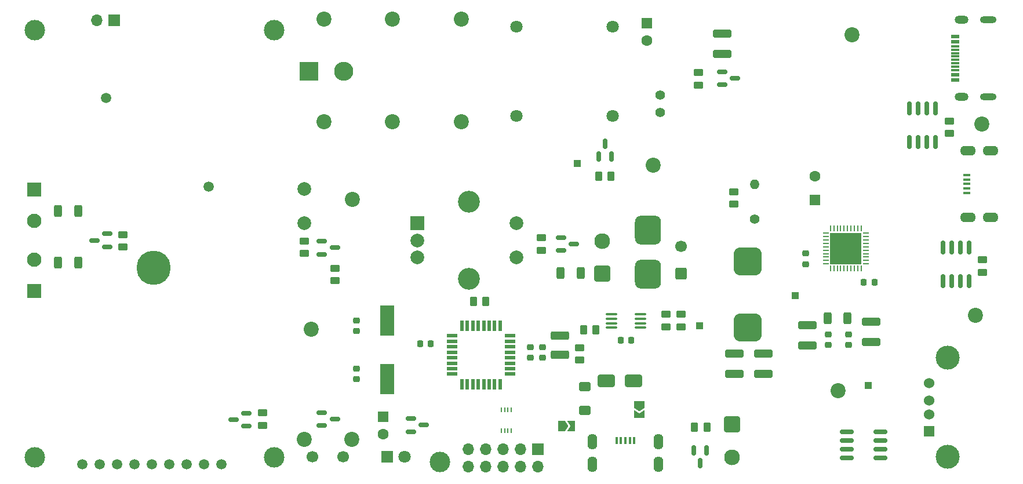
<source format=gbr>
%TF.GenerationSoftware,KiCad,Pcbnew,7.0.7-7.0.7~ubuntu22.04.1*%
%TF.CreationDate,2023-08-16T12:18:28+03:00*%
%TF.ProjectId,xray-v2,78726179-2d76-4322-9e6b-696361645f70,rev?*%
%TF.SameCoordinates,Original*%
%TF.FileFunction,Soldermask,Top*%
%TF.FilePolarity,Negative*%
%FSLAX46Y46*%
G04 Gerber Fmt 4.6, Leading zero omitted, Abs format (unit mm)*
G04 Created by KiCad (PCBNEW 7.0.7-7.0.7~ubuntu22.04.1) date 2023-08-16 12:18:28*
%MOMM*%
%LPD*%
G01*
G04 APERTURE LIST*
G04 Aperture macros list*
%AMRoundRect*
0 Rectangle with rounded corners*
0 $1 Rounding radius*
0 $2 $3 $4 $5 $6 $7 $8 $9 X,Y pos of 4 corners*
0 Add a 4 corners polygon primitive as box body*
4,1,4,$2,$3,$4,$5,$6,$7,$8,$9,$2,$3,0*
0 Add four circle primitives for the rounded corners*
1,1,$1+$1,$2,$3*
1,1,$1+$1,$4,$5*
1,1,$1+$1,$6,$7*
1,1,$1+$1,$8,$9*
0 Add four rect primitives between the rounded corners*
20,1,$1+$1,$2,$3,$4,$5,0*
20,1,$1+$1,$4,$5,$6,$7,0*
20,1,$1+$1,$6,$7,$8,$9,0*
20,1,$1+$1,$8,$9,$2,$3,0*%
%AMFreePoly0*
4,1,6,1.000000,0.000000,0.500000,-0.750000,-0.500000,-0.750000,-0.500000,0.750000,0.500000,0.750000,1.000000,0.000000,1.000000,0.000000,$1*%
%AMFreePoly1*
4,1,6,0.500000,-0.750000,-0.650000,-0.750000,-0.150000,0.000000,-0.650000,0.750000,0.500000,0.750000,0.500000,-0.750000,0.500000,-0.750000,$1*%
G04 Aperture macros list end*
%ADD10RoundRect,0.250000X0.600000X-0.400000X0.600000X0.400000X-0.600000X0.400000X-0.600000X-0.400000X0*%
%ADD11RoundRect,0.250000X-1.000000X-0.650000X1.000000X-0.650000X1.000000X0.650000X-1.000000X0.650000X0*%
%ADD12RoundRect,0.150000X-0.587500X-0.150000X0.587500X-0.150000X0.587500X0.150000X-0.587500X0.150000X0*%
%ADD13RoundRect,0.250000X0.450000X-0.262500X0.450000X0.262500X-0.450000X0.262500X-0.450000X-0.262500X0*%
%ADD14RoundRect,0.952500X-0.952500X1.167500X-0.952500X-1.167500X0.952500X-1.167500X0.952500X1.167500X0*%
%ADD15RoundRect,0.225000X0.225000X0.250000X-0.225000X0.250000X-0.225000X-0.250000X0.225000X-0.250000X0*%
%ADD16C,2.200000*%
%ADD17RoundRect,0.150000X-0.150000X0.587500X-0.150000X-0.587500X0.150000X-0.587500X0.150000X0.587500X0*%
%ADD18RoundRect,0.225000X-0.250000X0.225000X-0.250000X-0.225000X0.250000X-0.225000X0.250000X0.225000X0*%
%ADD19R,2.000000X2.000000*%
%ADD20C,2.000000*%
%ADD21C,3.200000*%
%ADD22RoundRect,0.150000X0.587500X0.150000X-0.587500X0.150000X-0.587500X-0.150000X0.587500X-0.150000X0*%
%ADD23FreePoly0,0.000000*%
%ADD24FreePoly1,0.000000*%
%ADD25RoundRect,0.100000X0.712500X0.100000X-0.712500X0.100000X-0.712500X-0.100000X0.712500X-0.100000X0*%
%ADD26RoundRect,0.250000X-0.450000X0.262500X-0.450000X-0.262500X0.450000X-0.262500X0.450000X0.262500X0*%
%ADD27R,1.800000X1.800000*%
%ADD28C,1.800000*%
%ADD29RoundRect,0.250000X-1.100000X0.325000X-1.100000X-0.325000X1.100000X-0.325000X1.100000X0.325000X0*%
%ADD30RoundRect,1.025000X1.025000X1.025000X-1.025000X1.025000X-1.025000X-1.025000X1.025000X-1.025000X0*%
%ADD31R,1.524000X1.524000*%
%ADD32C,1.524000*%
%ADD33C,3.500000*%
%ADD34C,3.000000*%
%ADD35R,1.600000X1.600000*%
%ADD36C,1.600000*%
%ADD37R,1.000000X1.000000*%
%ADD38RoundRect,0.225000X0.250000X-0.225000X0.250000X0.225000X-0.250000X0.225000X-0.250000X-0.225000X0*%
%ADD39RoundRect,0.225000X-0.225000X-0.250000X0.225000X-0.250000X0.225000X0.250000X-0.225000X0.250000X0*%
%ADD40RoundRect,0.250001X-0.899999X0.899999X-0.899999X-0.899999X0.899999X-0.899999X0.899999X0.899999X0*%
%ADD41C,2.300000*%
%ADD42C,1.500000*%
%ADD43R,0.450000X1.050000*%
%ADD44O,1.400000X2.300000*%
%ADD45RoundRect,0.250000X1.075000X-0.375000X1.075000X0.375000X-1.075000X0.375000X-1.075000X-0.375000X0*%
%ADD46RoundRect,0.150000X0.150000X-0.587500X0.150000X0.587500X-0.150000X0.587500X-0.150000X-0.587500X0*%
%ADD47C,1.400000*%
%ADD48RoundRect,0.250001X0.799999X-0.799999X0.799999X0.799999X-0.799999X0.799999X-0.799999X-0.799999X0*%
%ADD49C,2.100000*%
%ADD50C,1.700000*%
%ADD51FreePoly0,270.000000*%
%ADD52FreePoly1,270.000000*%
%ADD53RoundRect,0.250000X0.600000X-0.600000X0.600000X0.600000X-0.600000X0.600000X-0.600000X-0.600000X0*%
%ADD54R,1.700000X1.700000*%
%ADD55O,1.700000X1.700000*%
%ADD56RoundRect,0.250000X0.312500X0.625000X-0.312500X0.625000X-0.312500X-0.625000X0.312500X-0.625000X0*%
%ADD57RoundRect,0.062500X-0.062500X0.350000X-0.062500X-0.350000X0.062500X-0.350000X0.062500X0.350000X0*%
%ADD58RoundRect,0.062500X-0.350000X0.062500X-0.350000X-0.062500X0.350000X-0.062500X0.350000X0.062500X0*%
%ADD59R,4.600000X4.600000*%
%ADD60R,1.160000X0.600000*%
%ADD61R,1.160000X0.300000*%
%ADD62O,2.000000X1.200000*%
%ADD63O,2.400000X1.000000*%
%ADD64RoundRect,0.150000X0.825000X0.150000X-0.825000X0.150000X-0.825000X-0.150000X0.825000X-0.150000X0*%
%ADD65R,1.600000X0.550000*%
%ADD66R,0.550000X1.600000*%
%ADD67R,0.250000X0.750000*%
%ADD68R,1.050000X0.450000*%
%ADD69O,2.300000X1.400000*%
%ADD70RoundRect,0.250000X-0.262500X-0.450000X0.262500X-0.450000X0.262500X0.450000X-0.262500X0.450000X0*%
%ADD71RoundRect,0.250000X0.262500X0.450000X-0.262500X0.450000X-0.262500X-0.450000X0.262500X-0.450000X0*%
%ADD72RoundRect,0.150000X0.150000X-0.825000X0.150000X0.825000X-0.150000X0.825000X-0.150000X-0.825000X0*%
%ADD73RoundRect,0.250001X0.899999X-0.899999X0.899999X0.899999X-0.899999X0.899999X-0.899999X-0.899999X0*%
%ADD74RoundRect,0.250001X-0.799999X0.799999X-0.799999X-0.799999X0.799999X-0.799999X0.799999X0.799999X0*%
%ADD75R,2.000000X4.500000*%
%ADD76O,1.400000X1.400000*%
%ADD77C,5.000000*%
%ADD78R,2.800000X2.800000*%
%ADD79O,2.800000X2.800000*%
G04 APERTURE END LIST*
D10*
%TO.C,D2*%
X183000000Y-124850000D03*
X183000000Y-121350000D03*
%TD*%
D11*
%TO.C,D1*%
X186100000Y-120500000D03*
X190100000Y-120500000D03*
%TD*%
D12*
%TO.C,Q6*%
X144562500Y-100137500D03*
X144562500Y-102037500D03*
X146437500Y-101087500D03*
%TD*%
D13*
%TO.C,R24*%
X194800000Y-112612500D03*
X194800000Y-110787500D03*
%TD*%
D14*
%TO.C,F1*%
X192200000Y-98540000D03*
X192200000Y-104950000D03*
%TD*%
D15*
%TO.C,C37*%
X189775000Y-114600000D03*
X188225000Y-114600000D03*
%TD*%
D16*
%TO.C,H4*%
X241000000Y-83000000D03*
%TD*%
D17*
%TO.C,Q14*%
X200750000Y-130662500D03*
X198850000Y-130662500D03*
X199800000Y-132537500D03*
%TD*%
D18*
%TO.C,C35*%
X149600000Y-111725000D03*
X149600000Y-113275000D03*
%TD*%
D13*
%TO.C,R31*%
X135900000Y-127012500D03*
X135900000Y-125187500D03*
%TD*%
D12*
%TO.C,Q13*%
X179500000Y-99600000D03*
X179500000Y-101500000D03*
X181375000Y-100550000D03*
%TD*%
D19*
%TO.C,SW3*%
X158500000Y-97500000D03*
D20*
X158500000Y-102500000D03*
X158500000Y-100000000D03*
D21*
X166000000Y-94400000D03*
X166000000Y-105600000D03*
D20*
X173000000Y-102500000D03*
X173000000Y-97500000D03*
%TD*%
D22*
%TO.C,Q9*%
X113187500Y-100950000D03*
X113187500Y-99050000D03*
X111312500Y-100000000D03*
%TD*%
D23*
%TO.C,JP2*%
X179575000Y-127100000D03*
D24*
X181025000Y-127100000D03*
%TD*%
D18*
%TO.C,C26*%
X221500000Y-113725000D03*
X221500000Y-115275000D03*
%TD*%
D25*
%TO.C,U8*%
X191112500Y-112775000D03*
X191112500Y-112125000D03*
X191112500Y-111475000D03*
X191112500Y-110825000D03*
X186887500Y-110825000D03*
X186887500Y-111475000D03*
X186887500Y-112125000D03*
X186887500Y-112775000D03*
%TD*%
D26*
%TO.C,R1*%
X199600000Y-75512500D03*
X199600000Y-77337500D03*
%TD*%
D27*
%TO.C,D8*%
X154125000Y-131600000D03*
D28*
X156665000Y-131600000D03*
%TD*%
D29*
%TO.C,C3*%
X203000000Y-69850000D03*
X203000000Y-72800000D03*
%TD*%
D30*
%TO.C,L1*%
X206800000Y-112700000D03*
X206800000Y-103100000D03*
%TD*%
D16*
%TO.C,C12*%
X164900000Y-82700000D03*
X164900000Y-67700000D03*
%TD*%
D28*
%TO.C,T1*%
X187000000Y-68825000D03*
X187000000Y-81825000D03*
X173000000Y-81825000D03*
X173000000Y-68825000D03*
%TD*%
D13*
%TO.C,R33*%
X176607500Y-101462500D03*
X176607500Y-99637500D03*
%TD*%
D26*
%TO.C,R28*%
X115500000Y-99175000D03*
X115500000Y-101000000D03*
%TD*%
D13*
%TO.C,R23*%
X197000000Y-112612500D03*
X197000000Y-110787500D03*
%TD*%
D31*
%TO.C,J3*%
X233272500Y-127900000D03*
D32*
X233272500Y-125400000D03*
X233272500Y-123400000D03*
X233272500Y-120900000D03*
D33*
X235982500Y-131650000D03*
X235982500Y-117150000D03*
%TD*%
D34*
%TO.C,TP1*%
X161800000Y-132400000D03*
%TD*%
D16*
%TO.C,H3*%
X143000000Y-113000000D03*
%TD*%
D29*
%TO.C,C16*%
X215500000Y-112425000D03*
X215500000Y-115375000D03*
%TD*%
D35*
%TO.C,C42*%
X153500000Y-125794888D03*
D36*
X153500000Y-128294888D03*
%TD*%
D37*
%TO.C,TP2*%
X181900000Y-88800000D03*
%TD*%
D38*
%TO.C,C31*%
X175000000Y-117175000D03*
X175000000Y-115625000D03*
%TD*%
D39*
%TO.C,C30*%
X223725000Y-106100000D03*
X225275000Y-106100000D03*
%TD*%
D37*
%TO.C,TP5*%
X224400000Y-121200000D03*
%TD*%
D13*
%TO.C,R3*%
X236200000Y-84412500D03*
X236200000Y-82587500D03*
%TD*%
D16*
%TO.C,H7*%
X149000000Y-94000000D03*
%TD*%
D13*
%TO.C,R2*%
X241025000Y-104692500D03*
X241025000Y-102867500D03*
%TD*%
D18*
%TO.C,C24*%
X218500000Y-113725000D03*
X218500000Y-115275000D03*
%TD*%
D12*
%TO.C,Q1*%
X203062500Y-75375000D03*
X203062500Y-77275000D03*
X204937500Y-76325000D03*
%TD*%
D13*
%TO.C,R19*%
X142000000Y-101912500D03*
X142000000Y-100087500D03*
%TD*%
D22*
%TO.C,Q11*%
X133537500Y-127150000D03*
X133537500Y-125250000D03*
X131662500Y-126200000D03*
%TD*%
D40*
%TO.C,M1*%
X204500000Y-126900000D03*
D41*
X204500000Y-131700000D03*
%TD*%
D35*
%TO.C,C11*%
X216600000Y-94152651D03*
D36*
X216600000Y-90652651D03*
%TD*%
D34*
%TO.C,U9*%
X102600000Y-131700000D03*
X137600000Y-131700000D03*
X102600000Y-69300000D03*
X137600000Y-69300000D03*
D42*
X109600000Y-132700000D03*
X112140000Y-132700000D03*
X114680000Y-132700000D03*
X117220000Y-132700000D03*
X119760000Y-132700000D03*
X122300000Y-132700000D03*
X124840000Y-132700000D03*
X127380000Y-132700000D03*
X129920000Y-132700000D03*
%TD*%
D43*
%TO.C,J1*%
X187600497Y-129220000D03*
X188250497Y-129220000D03*
X188900497Y-129220000D03*
X189550497Y-129220000D03*
X190200497Y-129220000D03*
D44*
X184050497Y-129445000D03*
X184050497Y-132745000D03*
X193750497Y-129445000D03*
X193750497Y-132745000D03*
%TD*%
D26*
%TO.C,R20*%
X146500000Y-104087500D03*
X146500000Y-105912500D03*
%TD*%
D45*
%TO.C,L2*%
X179300000Y-116700000D03*
X179300000Y-113900000D03*
%TD*%
D12*
%TO.C,Q10*%
X157562500Y-126050000D03*
X157562500Y-127950000D03*
X159437500Y-127000000D03*
%TD*%
D39*
%TO.C,C32*%
X158925000Y-115100000D03*
X160475000Y-115100000D03*
%TD*%
D16*
%TO.C,C14*%
X154900000Y-67700000D03*
X154900000Y-82700000D03*
%TD*%
D37*
%TO.C,TP4*%
X199700000Y-112500000D03*
%TD*%
D46*
%TO.C,Q5*%
X184962500Y-87737500D03*
X186862500Y-87737500D03*
X185912500Y-85862500D03*
%TD*%
D47*
%TO.C,JP1*%
X194000000Y-81350000D03*
X194000000Y-78810000D03*
%TD*%
D48*
%TO.C,D7*%
X102500000Y-107400000D03*
D49*
X102500000Y-102800000D03*
%TD*%
D16*
%TO.C,SW2*%
X148950000Y-129100000D03*
X141950000Y-129100000D03*
D50*
X147700000Y-131600000D03*
X143200000Y-131600000D03*
%TD*%
D38*
%TO.C,C36*%
X149600000Y-120275000D03*
X149600000Y-118725000D03*
%TD*%
D51*
%TO.C,JP3*%
X190900000Y-123975000D03*
D52*
X190900000Y-125425000D03*
%TD*%
D53*
%TO.C,BT1*%
X197000000Y-104900000D03*
D50*
X197000000Y-100900000D03*
%TD*%
D13*
%TO.C,R8*%
X204700000Y-94712500D03*
X204700000Y-92887500D03*
%TD*%
D16*
%TO.C,C17*%
X144900000Y-82700000D03*
X144900000Y-67700000D03*
%TD*%
D29*
%TO.C,C20*%
X209050000Y-116525000D03*
X209050000Y-119475000D03*
%TD*%
D54*
%TO.C,J5*%
X176075000Y-130525000D03*
D55*
X176075000Y-133065000D03*
X173535000Y-130525000D03*
X173535000Y-133065000D03*
X170995000Y-130525000D03*
X170995000Y-133065000D03*
X168455000Y-130525000D03*
X168455000Y-133065000D03*
X165915000Y-130525000D03*
X165915000Y-133065000D03*
%TD*%
D56*
%TO.C,R16*%
X221362500Y-111400000D03*
X218437500Y-111400000D03*
%TD*%
%TO.C,R30*%
X108962500Y-103250000D03*
X106037500Y-103250000D03*
%TD*%
D38*
%TO.C,C19*%
X215200000Y-103475000D03*
X215200000Y-101925000D03*
%TD*%
D57*
%TO.C,U3*%
X223350000Y-98262500D03*
X222850000Y-98262500D03*
X222350000Y-98262500D03*
X221850000Y-98262500D03*
X221350000Y-98262500D03*
X220850000Y-98262500D03*
X220350000Y-98262500D03*
X219850000Y-98262500D03*
X219350000Y-98262500D03*
X218850000Y-98262500D03*
D58*
X218162500Y-98950000D03*
X218162500Y-99450000D03*
X218162500Y-99950000D03*
X218162500Y-100450000D03*
X218162500Y-100950000D03*
X218162500Y-101450000D03*
X218162500Y-101950000D03*
X218162500Y-102450000D03*
X218162500Y-102950000D03*
X218162500Y-103450000D03*
D57*
X218850000Y-104137500D03*
X219350000Y-104137500D03*
X219850000Y-104137500D03*
X220350000Y-104137500D03*
X220850000Y-104137500D03*
X221350000Y-104137500D03*
X221850000Y-104137500D03*
X222350000Y-104137500D03*
X222850000Y-104137500D03*
X223350000Y-104137500D03*
D58*
X224037500Y-103450000D03*
X224037500Y-102950000D03*
X224037500Y-102450000D03*
X224037500Y-101950000D03*
X224037500Y-101450000D03*
X224037500Y-100950000D03*
X224037500Y-100450000D03*
X224037500Y-99950000D03*
X224037500Y-99450000D03*
X224037500Y-98950000D03*
D59*
X221100000Y-101200000D03*
%TD*%
D60*
%TO.C,J4*%
X237110000Y-76600000D03*
X237110000Y-75800000D03*
D61*
X237110000Y-74650000D03*
X237110000Y-73650000D03*
X237110000Y-73150000D03*
X237110000Y-72150000D03*
D60*
X237110000Y-71000000D03*
X237110000Y-70200000D03*
X237110000Y-70200000D03*
X237110000Y-71000000D03*
D61*
X237110000Y-71650000D03*
X237110000Y-72650000D03*
X237110000Y-74150000D03*
X237110000Y-75150000D03*
D60*
X237110000Y-75800000D03*
X237110000Y-76600000D03*
D62*
X237995000Y-79000000D03*
D63*
X241920000Y-79000000D03*
D62*
X237995000Y-67800000D03*
D63*
X241920000Y-67800000D03*
%TD*%
D64*
%TO.C,Q2*%
X226175000Y-131805000D03*
X226175000Y-130535000D03*
X226175000Y-129265000D03*
X226175000Y-127995000D03*
X221225000Y-127995000D03*
X221225000Y-129265000D03*
X221225000Y-130535000D03*
X221225000Y-131805000D03*
%TD*%
D35*
%TO.C,C6*%
X192000000Y-68325000D03*
D36*
X192000000Y-70825000D03*
%TD*%
D56*
%TO.C,R32*%
X182362500Y-104800000D03*
X179437500Y-104800000D03*
%TD*%
D12*
%TO.C,Q8*%
X144562500Y-125150000D03*
X144562500Y-127050000D03*
X146437500Y-126100000D03*
%TD*%
D65*
%TO.C,U4*%
X163550000Y-113950000D03*
X163550000Y-114750000D03*
X163550000Y-115550000D03*
X163550000Y-116350000D03*
X163550000Y-117150000D03*
X163550000Y-117950000D03*
X163550000Y-118750000D03*
X163550000Y-119550000D03*
D66*
X165000000Y-121000000D03*
X165800000Y-121000000D03*
X166600000Y-121000000D03*
X167400000Y-121000000D03*
X168200000Y-121000000D03*
X169000000Y-121000000D03*
X169800000Y-121000000D03*
X170600000Y-121000000D03*
D65*
X172050000Y-119550000D03*
X172050000Y-118750000D03*
X172050000Y-117950000D03*
X172050000Y-117150000D03*
X172050000Y-116350000D03*
X172050000Y-115550000D03*
X172050000Y-114750000D03*
X172050000Y-113950000D03*
D66*
X170600000Y-112500000D03*
X169800000Y-112500000D03*
X169000000Y-112500000D03*
X168200000Y-112500000D03*
X167400000Y-112500000D03*
X166600000Y-112500000D03*
X165800000Y-112500000D03*
X165000000Y-112500000D03*
%TD*%
D67*
%TO.C,U6*%
X172250000Y-124750000D03*
X171750000Y-124750000D03*
X171250000Y-124750000D03*
X170750000Y-124750000D03*
X170750000Y-127850000D03*
X171250000Y-127850000D03*
X171750000Y-127850000D03*
X172250000Y-127850000D03*
%TD*%
D16*
%TO.C,H2*%
X220000000Y-122000000D03*
%TD*%
D68*
%TO.C,J2*%
X238740000Y-93075000D03*
X238740000Y-92425000D03*
X238740000Y-91775000D03*
X238740000Y-91125000D03*
X238740000Y-90475000D03*
D69*
X238965000Y-96625000D03*
X242265000Y-96625000D03*
X238965000Y-86925000D03*
X242265000Y-86925000D03*
%TD*%
D70*
%TO.C,R34*%
X198987500Y-127270000D03*
X200812500Y-127270000D03*
%TD*%
D71*
%TO.C,R5*%
X186800000Y-90610000D03*
X184975000Y-90610000D03*
%TD*%
D70*
%TO.C,R25*%
X182787500Y-113100000D03*
X184612500Y-113100000D03*
%TD*%
D16*
%TO.C,H1*%
X222000000Y-70000000D03*
%TD*%
D72*
%TO.C,Q4*%
X230395000Y-85675000D03*
X231665000Y-85675000D03*
X232935000Y-85675000D03*
X234205000Y-85675000D03*
X234205000Y-80725000D03*
X232935000Y-80725000D03*
X231665000Y-80725000D03*
X230395000Y-80725000D03*
%TD*%
D29*
%TO.C,C28*%
X224800000Y-111925000D03*
X224800000Y-114875000D03*
%TD*%
D20*
%TO.C,C27*%
X142000000Y-92500000D03*
X142000000Y-97500000D03*
%TD*%
D29*
%TO.C,C21*%
X204800000Y-116525000D03*
X204800000Y-119475000D03*
%TD*%
D38*
%TO.C,C33*%
X176800000Y-117175000D03*
X176800000Y-115625000D03*
%TD*%
D73*
%TO.C,LS1*%
X185500000Y-104900000D03*
D41*
X185500000Y-100100000D03*
%TD*%
D74*
%TO.C,D6*%
X102500000Y-92600000D03*
D49*
X102500000Y-97200000D03*
%TD*%
D26*
%TO.C,R21*%
X182200000Y-115687500D03*
X182200000Y-117512500D03*
%TD*%
D16*
%TO.C,H6*%
X193000000Y-89000000D03*
%TD*%
D56*
%TO.C,R29*%
X108962500Y-95750000D03*
X106037500Y-95750000D03*
%TD*%
D72*
%TO.C,Q3*%
X235295000Y-106000000D03*
X236565000Y-106000000D03*
X237835000Y-106000000D03*
X239105000Y-106000000D03*
X239105000Y-101050000D03*
X237835000Y-101050000D03*
X236565000Y-101050000D03*
X235295000Y-101050000D03*
%TD*%
D71*
%TO.C,R22*%
X168512500Y-108900000D03*
X166687500Y-108900000D03*
%TD*%
D75*
%TO.C,Y1*%
X154100000Y-120250000D03*
X154100000Y-111750000D03*
%TD*%
D16*
%TO.C,H5*%
X240000000Y-111000000D03*
%TD*%
D37*
%TO.C,TP3*%
X213700000Y-108100000D03*
%TD*%
D54*
%TO.C,SW1*%
X114200000Y-67875000D03*
D55*
X111660000Y-67875000D03*
%TD*%
D47*
%TO.C,R9*%
X207800000Y-96940000D03*
D76*
X207800000Y-91860000D03*
%TD*%
D42*
%TO.C,V1*%
X113000000Y-79200000D03*
X128000000Y-92200000D03*
D77*
X120000000Y-104000000D03*
%TD*%
D78*
%TO.C,D5*%
X142639950Y-75300000D03*
D79*
X147719950Y-75300000D03*
%TD*%
M02*

</source>
